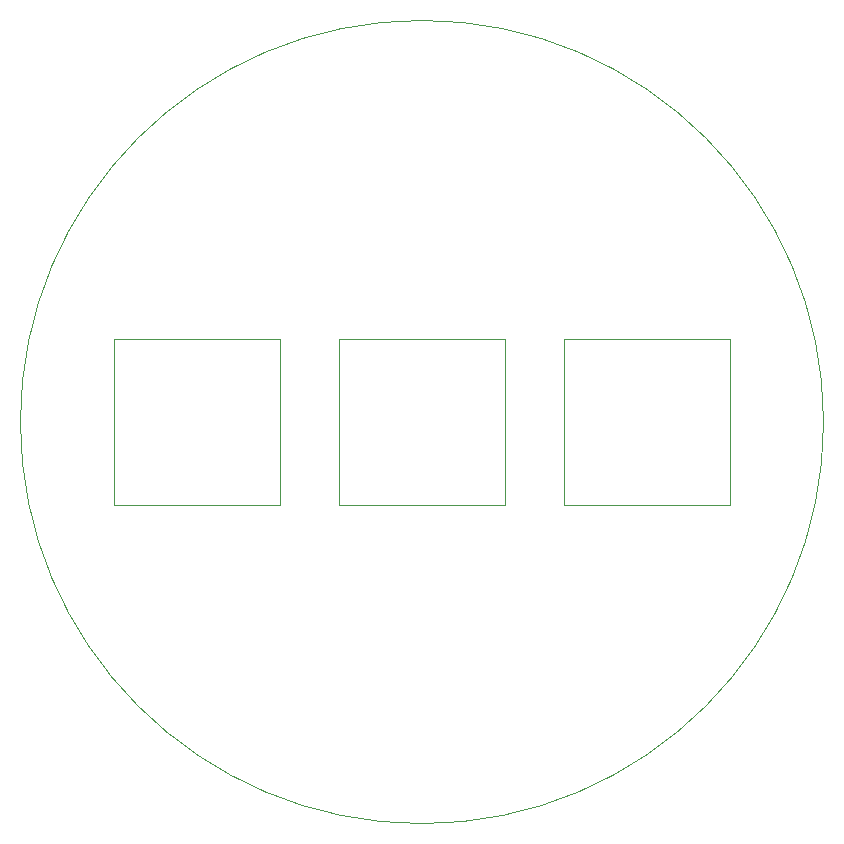
<source format=gbr>
%TF.GenerationSoftware,KiCad,Pcbnew,(7.0.0-0)*%
%TF.CreationDate,2023-04-23T04:49:58-05:00*%
%TF.ProjectId,RP2040_minimal,52503230-3430-45f6-9d69-6e696d616c2e,REV1*%
%TF.SameCoordinates,Original*%
%TF.FileFunction,Profile,NP*%
%FSLAX46Y46*%
G04 Gerber Fmt 4.6, Leading zero omitted, Abs format (unit mm)*
G04 Created by KiCad (PCBNEW (7.0.0-0)) date 2023-04-23 04:49:58*
%MOMM*%
%LPD*%
G01*
G04 APERTURE LIST*
%TA.AperFunction,Profile*%
%ADD10C,0.050000*%
%TD*%
%TA.AperFunction,Profile*%
%ADD11C,0.120000*%
%TD*%
G04 APERTURE END LIST*
D10*
X34000000Y0D02*
G75*
G03*
X34000000Y0I-34000000J0D01*
G01*
D11*
%TO.C,REF\u002A\u002A*%
X-26050000Y7000000D02*
X-12050000Y7000000D01*
X-12050000Y7000000D02*
X-12050000Y-7000000D01*
X-12050000Y-7000000D02*
X-26050000Y-7000000D01*
X-26050000Y-7000000D02*
X-26050000Y7000000D01*
X-7000000Y7000000D02*
X7000000Y7000000D01*
X7000000Y7000000D02*
X7000000Y-7000000D01*
X7000000Y-7000000D02*
X-7000000Y-7000000D01*
X-7000000Y-7000000D02*
X-7000000Y7000000D01*
X12050000Y7000000D02*
X26050000Y7000000D01*
X26050000Y7000000D02*
X26050000Y-7000000D01*
X26050000Y-7000000D02*
X12050000Y-7000000D01*
X12050000Y-7000000D02*
X12050000Y7000000D01*
%TD*%
M02*

</source>
